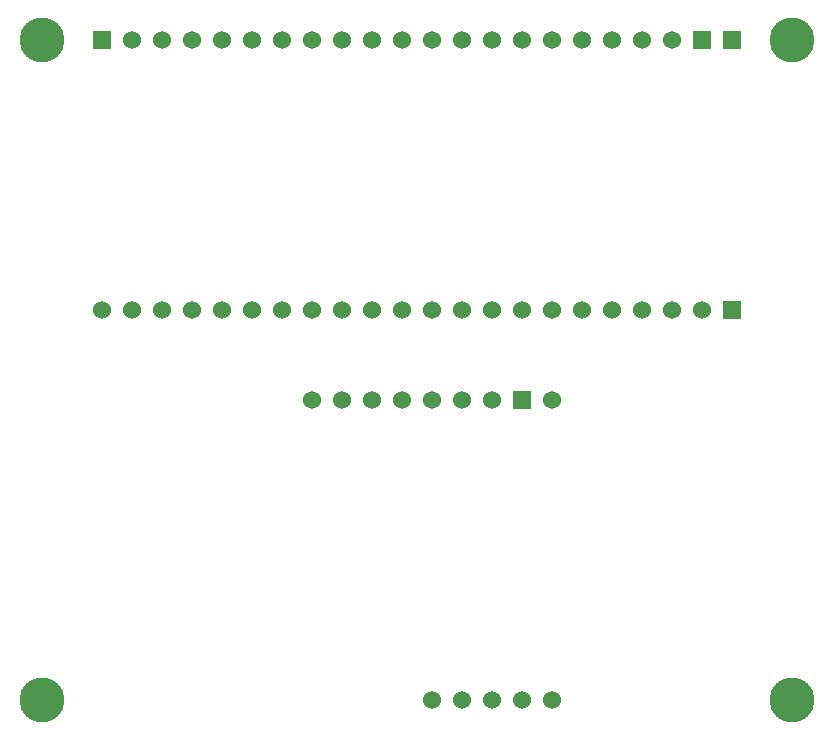
<source format=gbr>
%TF.GenerationSoftware,KiCad,Pcbnew,8.0.3-8.0.3-0~ubuntu22.04.1*%
%TF.CreationDate,2024-06-19T00:56:14-04:00*%
%TF.ProjectId,esp32-s3-wroom-2-devkitc1,65737033-322d-4733-932d-77726f6f6d2d,rev?*%
%TF.SameCoordinates,Original*%
%TF.FileFunction,Soldermask,Bot*%
%TF.FilePolarity,Negative*%
%FSLAX46Y46*%
G04 Gerber Fmt 4.6, Leading zero omitted, Abs format (unit mm)*
G04 Created by KiCad (PCBNEW 8.0.3-8.0.3-0~ubuntu22.04.1) date 2024-06-19 00:56:14*
%MOMM*%
%LPD*%
G01*
G04 APERTURE LIST*
%ADD10C,3.800000*%
%ADD11R,1.524000X1.524000*%
%ADD12C,1.524000*%
G04 APERTURE END LIST*
D10*
%TO.C,REF\u002A\u002A*%
X180340000Y-114300000D03*
%TD*%
%TO.C,REF\u002A\u002A*%
X116840000Y-114300000D03*
%TD*%
%TO.C,REF\u002A\u002A*%
X180340000Y-58420000D03*
%TD*%
%TO.C,REF\u002A\u002A*%
X116840000Y-58420000D03*
%TD*%
D11*
%TO.C,REF\u002A\u002A*%
X121920000Y-58420000D03*
D12*
X124460000Y-58420000D03*
X127000000Y-58420000D03*
X129540000Y-58420000D03*
X132080000Y-58420000D03*
X134620000Y-58420000D03*
X137160000Y-58420000D03*
X139700000Y-58420000D03*
X142240000Y-58420000D03*
X144780000Y-58420000D03*
X147320000Y-58420000D03*
X149860000Y-58420000D03*
X152400000Y-58420000D03*
X154940000Y-58420000D03*
X157480000Y-58420000D03*
X160020000Y-58420000D03*
X162560000Y-58420000D03*
X165100000Y-58420000D03*
X167640000Y-58420000D03*
X170180000Y-58420000D03*
D11*
X172720000Y-58420000D03*
X175260000Y-58420000D03*
D12*
X121920000Y-81280000D03*
X124460000Y-81280000D03*
X127000000Y-81280000D03*
X129540000Y-81280000D03*
X132080000Y-81280000D03*
X134620000Y-81280000D03*
X137160000Y-81280000D03*
X139700000Y-81280000D03*
X142240000Y-81280000D03*
X144780000Y-81280000D03*
X147320000Y-81280000D03*
X149860000Y-81280000D03*
X152400000Y-81280000D03*
X154940000Y-81280000D03*
X157480000Y-81280000D03*
X160020000Y-81280000D03*
X162560000Y-81280000D03*
X165100000Y-81280000D03*
X167640000Y-81280000D03*
X170180000Y-81280000D03*
X172720000Y-81280000D03*
D11*
X175260000Y-81280000D03*
%TD*%
D12*
%TO.C,RFM95W1*%
X139700000Y-88900000D03*
X142240000Y-88900000D03*
X144780000Y-88900000D03*
X147320000Y-88900000D03*
X149860000Y-88900000D03*
X152400000Y-88900000D03*
X154940000Y-88900000D03*
D11*
X157480000Y-88900000D03*
D12*
X160020000Y-88900000D03*
X149860000Y-114300000D03*
X152400000Y-114300000D03*
X154940000Y-114300000D03*
X157480000Y-114300000D03*
X160020000Y-114300000D03*
%TD*%
M02*

</source>
